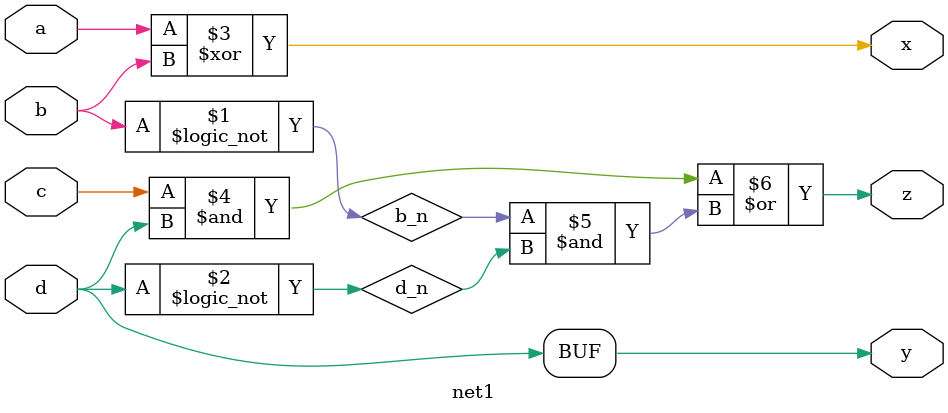
<source format=sv>
/**
 * @brief Design of a small circuit consisting of inputs {a, b, c, d} and 
 *        outputs {x, y, z}.
 *
 *        Equations:
 *            * x = a ^ b
 *            * y = d
 *            * z = cd + b'd'
 *
 * @param {a, b, c, d} One-bit inputs.
 * @param {x, y, z}    One-bit outputs.
 */
module net1(input logic a, b, c, d, output logic x, y, z);      
    assign b_n = !b;                  // b_n = b'
    assign d_n = !d;                  // d_n = d'
    
    assign x = a ^ b;                 // x = a ^ b
    assign y = d;                     // y = d
    assign z = (c & d) | (b_n & d_n); // z = cd + b'd'
endmodule 
</source>
